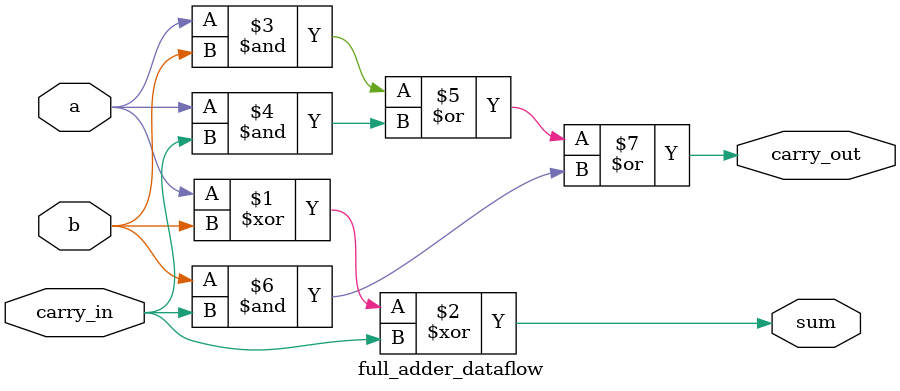
<source format=v>
module full_adder_dataflow(
    input a,
    input b,
    input carry_in,
    output sum,
    output carry_out
);
    assign sum = a ^ b ^ carry_in;
    assign carry_out = (a&b)|(a&carry_in)|(b&carry_in);
endmodule
</source>
